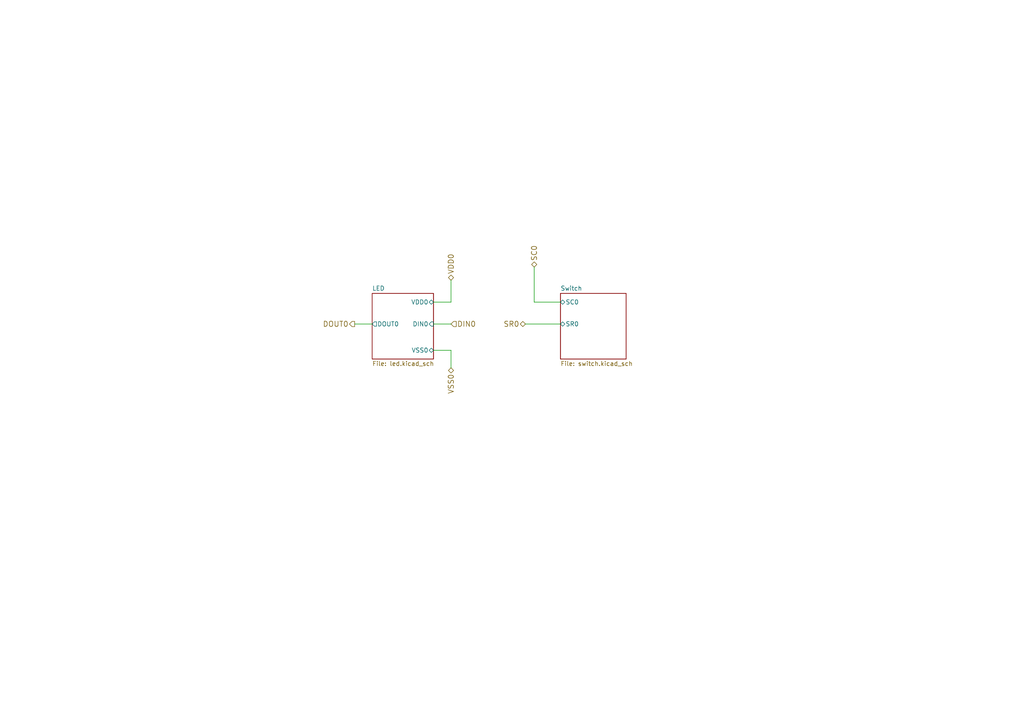
<source format=kicad_sch>
(kicad_sch (version 20230121) (generator eeschema)
  (paper "A4")
  (lib_symbols)
  (wire (pts (xy 152.4 93.98) (xy 162.56 93.98)))
  (wire (pts (xy 154.94 87.63) (xy 162.56 87.63)))
  (wire (pts (xy 102.87 93.98) (xy 107.95 93.98)))
  (wire (pts (xy 154.94 77.47) (xy 154.94 87.63)))
  (wire (pts (xy 130.81 81.28) (xy 130.81 87.63)))
  (wire (pts (xy 130.81 87.63) (xy 125.73 87.63)))
  (wire (pts (xy 130.81 106.68) (xy 130.81 101.6)))
  (wire (pts (xy 130.81 101.6) (xy 125.73 101.6)))
  (wire (pts (xy 125.73 93.98) (xy 130.81 93.98)))
  (hierarchical_label "DOUT0" (shape output) (at 102.87 93.98 180) (effects (font (size 1.524 1.524))))
  (hierarchical_label "SC0" (shape bidirectional) (at 154.94 77.47 90) (effects (font (size 1.524 1.524))))
  (hierarchical_label "DIN0" (shape input) (at 130.81 93.98 0) (effects (font (size 1.524 1.524))))
  (hierarchical_label "VDD0" (shape bidirectional) (at 130.81 81.28 90) (effects (font (size 1.524 1.524))))
  (hierarchical_label "VSS0" (shape bidirectional) (at 130.81 106.68 270) (effects (font (size 1.524 1.524))))
  (hierarchical_label "SR0" (shape bidirectional) (at 152.4 93.98 180) (effects (font (size 1.524 1.524))))
  (sheet (at 162.56 85.09) (size 19.05 19.05) (stroke (width 0.1524))
    (property "Sheetname" "Switch" (at 162.56 84.3784 0) (effects (justify left bottom)))
    (property "Sheetfile" "switch.kicad_sch" (at 162.56 104.7246 0) (effects (justify left top)))
    (pin "SC0" bidirectional (at 162.56 87.63 180))
    (pin "SR0" bidirectional (at 162.56 93.98 180))
  )
  (sheet (at 107.95 85.09) (size 17.78 19.05) (stroke (width 0.1524))
    (property "Sheetname" "LED" (at 107.95 84.3784 0) (effects (justify left bottom)))
    (property "Sheetfile" "led.kicad_sch" (at 107.95 104.7246 0) (effects (justify left top)))
    (pin "VSS0" bidirectional (at 125.73 101.6 0))
    (pin "DOUT0" output (at 107.95 93.98 180))
    (pin "DIN0" input (at 125.73 93.98 0))
    (pin "VDD0" bidirectional (at 125.73 87.63 0))
  )
)
</source>
